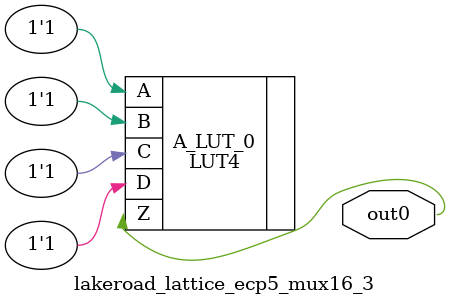
<source format=v>

/* Generated by Yosys 0.19 (git sha1 a45c131b37c, clang 13.1.6 -fPIC -Os) */

module lakeroad_lattice_ecp5_mux16_3(out0);
  wire _0_;
  wire _1_;
  wire _2_;
  wire _3_;
  wire _4_;
  wire _5_;
  wire _6_;
  output out0;
  wire out0;
  LUT4 #(
    .INIT(16'h8000)
  ) A_LUT_0 (
    .A(1'h1),
    .B(1'h1),
    .C(1'h1),
    .D(1'h1),
    .Z(out0)
  );
  LUT4 #(
    .INIT(16'h0000)
  ) B_LUT_1 (
    .A(1'h1),
    .B(1'h1),
    .C(1'h1),
    .D(1'h1),
    .Z(_6_)
  );
  LUT4 #(
    .INIT(16'h0000)
  ) C_LUT_2 (
    .A(1'h1),
    .B(1'h1),
    .C(1'h1),
    .D(1'h1),
    .Z(_5_)
  );
  LUT4 #(
    .INIT(16'h0000)
  ) D_LUT_3 (
    .A(1'h1),
    .B(1'h1),
    .C(1'h1),
    .D(1'h1),
    .Z(_4_)
  );
  LUT4 #(
    .INIT(16'h0000)
  ) E_LUT_4 (
    .A(1'h1),
    .B(1'h1),
    .C(1'h1),
    .D(1'h1),
    .Z(_3_)
  );
  LUT4 #(
    .INIT(16'h0000)
  ) F_LUT_5 (
    .A(1'h1),
    .B(1'h1),
    .C(1'h1),
    .D(1'h1),
    .Z(_2_)
  );
  LUT4 #(
    .INIT(16'h0000)
  ) G_LUT_6 (
    .A(1'h1),
    .B(1'h1),
    .C(1'h1),
    .D(1'h1),
    .Z(_1_)
  );
  LUT4 #(
    .INIT(16'h0000)
  ) H_LUT_7 (
    .A(1'h1),
    .B(1'h1),
    .C(1'h1),
    .D(1'h1),
    .Z(_0_)
  );
endmodule


</source>
